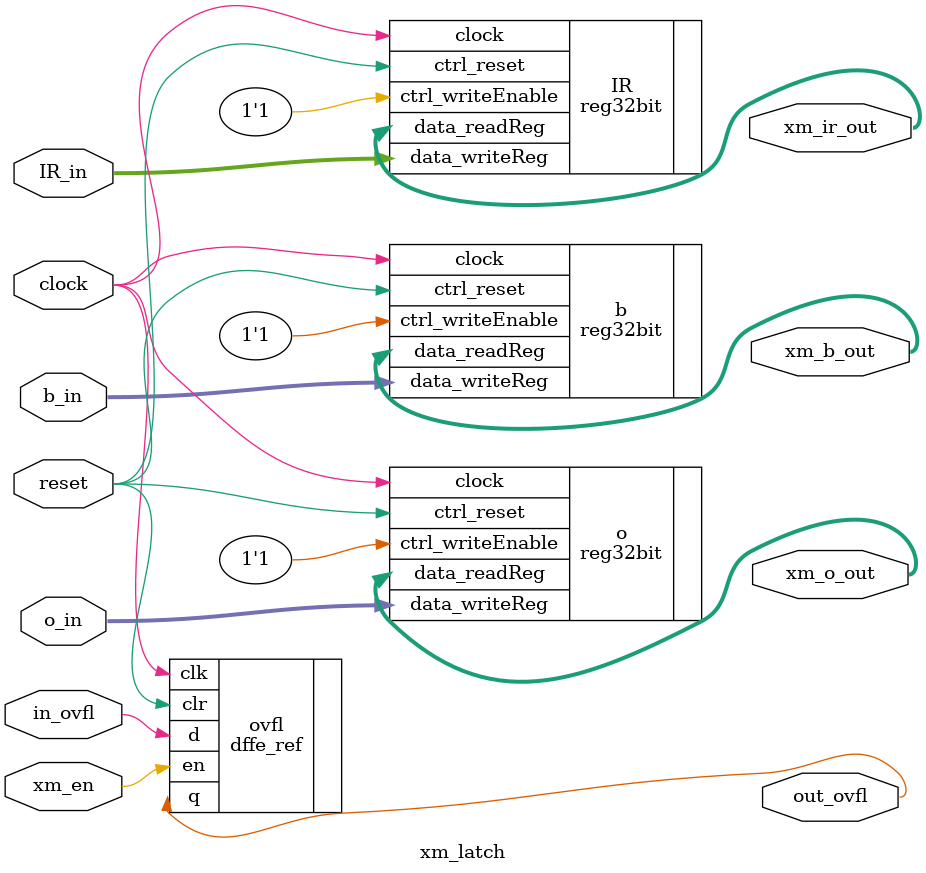
<source format=v>
module xm_latch(
    input [31:0] o_in, b_in, IR_in,
    input clock, reset, xm_en, in_ovfl,
    output [31:0] xm_o_out, xm_b_out, xm_ir_out,
    output out_ovfl
);

reg32bit o (
    .clock(clock),
    .ctrl_writeEnable(1'b1),
    .ctrl_reset(reset),
    .data_writeReg(o_in),
    .data_readReg(xm_o_out)
);

reg32bit b (
    .clock(clock),
    .ctrl_writeEnable(1'b1),
    .ctrl_reset(reset),
    .data_writeReg(b_in),
    .data_readReg(xm_b_out)
);

reg32bit IR (
    .clock(clock),
    .ctrl_writeEnable(1'b1),
    .ctrl_reset(reset),
    .data_writeReg(IR_in),
    .data_readReg(xm_ir_out)
);

dffe_ref ovfl(
    .q(out_ovfl),
    .d(in_ovfl),
    .clk(clock),
    .en(xm_en),
    .clr(reset)
);

endmodule
</source>
